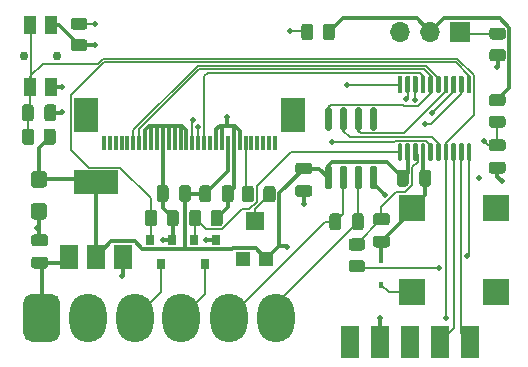
<source format=gbr>
G04 #@! TF.GenerationSoftware,KiCad,Pcbnew,(5.1.8-0-10_14)*
G04 #@! TF.CreationDate,2021-03-05T16:46:23-05:00*
G04 #@! TF.ProjectId,v1,76312e6b-6963-4616-945f-706362585858,rev?*
G04 #@! TF.SameCoordinates,Original*
G04 #@! TF.FileFunction,Copper,L2,Bot*
G04 #@! TF.FilePolarity,Positive*
%FSLAX46Y46*%
G04 Gerber Fmt 4.6, Leading zero omitted, Abs format (unit mm)*
G04 Created by KiCad (PCBNEW (5.1.8-0-10_14)) date 2021-03-05 16:46:23*
%MOMM*%
%LPD*%
G01*
G04 APERTURE LIST*
G04 #@! TA.AperFunction,SMDPad,CuDef*
%ADD10R,1.500000X2.800000*%
G04 #@! TD*
G04 #@! TA.AperFunction,SMDPad,CuDef*
%ADD11R,3.800000X2.000000*%
G04 #@! TD*
G04 #@! TA.AperFunction,SMDPad,CuDef*
%ADD12R,1.500000X2.000000*%
G04 #@! TD*
G04 #@! TA.AperFunction,SMDPad,CuDef*
%ADD13R,1.200000X1.200000*%
G04 #@! TD*
G04 #@! TA.AperFunction,SMDPad,CuDef*
%ADD14R,1.600000X1.500000*%
G04 #@! TD*
G04 #@! TA.AperFunction,SMDPad,CuDef*
%ADD15R,0.800000X0.900000*%
G04 #@! TD*
G04 #@! TA.AperFunction,ComponentPad*
%ADD16O,1.700000X1.700000*%
G04 #@! TD*
G04 #@! TA.AperFunction,ComponentPad*
%ADD17R,1.700000X1.700000*%
G04 #@! TD*
G04 #@! TA.AperFunction,ComponentPad*
%ADD18O,3.160000X4.100000*%
G04 #@! TD*
G04 #@! TA.AperFunction,SMDPad,CuDef*
%ADD19R,0.300000X1.250000*%
G04 #@! TD*
G04 #@! TA.AperFunction,SMDPad,CuDef*
%ADD20R,2.000000X3.000000*%
G04 #@! TD*
G04 #@! TA.AperFunction,SMDPad,CuDef*
%ADD21R,0.450000X0.600000*%
G04 #@! TD*
G04 #@! TA.AperFunction,SMDPad,CuDef*
%ADD22R,2.300000X2.300000*%
G04 #@! TD*
G04 #@! TA.AperFunction,ComponentPad*
%ADD23C,0.762000*%
G04 #@! TD*
G04 #@! TA.AperFunction,SMDPad,CuDef*
%ADD24R,0.990600X1.549400*%
G04 #@! TD*
G04 #@! TA.AperFunction,ViaPad*
%ADD25C,0.508000*%
G04 #@! TD*
G04 #@! TA.AperFunction,Conductor*
%ADD26C,0.304000*%
G04 #@! TD*
G04 #@! TA.AperFunction,Conductor*
%ADD27C,0.152400*%
G04 #@! TD*
G04 APERTURE END LIST*
D10*
X169418000Y-108204000D03*
X166878000Y-108204000D03*
X164338000Y-108204000D03*
X161798000Y-108204000D03*
X159258000Y-108204000D03*
G04 #@! TA.AperFunction,SMDPad,CuDef*
G36*
G01*
X161363800Y-90321000D02*
X161063800Y-90321000D01*
G75*
G02*
X160913800Y-90171000I0J150000D01*
G01*
X160913800Y-88521000D01*
G75*
G02*
X161063800Y-88371000I150000J0D01*
G01*
X161363800Y-88371000D01*
G75*
G02*
X161513800Y-88521000I0J-150000D01*
G01*
X161513800Y-90171000D01*
G75*
G02*
X161363800Y-90321000I-150000J0D01*
G01*
G37*
G04 #@! TD.AperFunction*
G04 #@! TA.AperFunction,SMDPad,CuDef*
G36*
G01*
X160093800Y-90321000D02*
X159793800Y-90321000D01*
G75*
G02*
X159643800Y-90171000I0J150000D01*
G01*
X159643800Y-88521000D01*
G75*
G02*
X159793800Y-88371000I150000J0D01*
G01*
X160093800Y-88371000D01*
G75*
G02*
X160243800Y-88521000I0J-150000D01*
G01*
X160243800Y-90171000D01*
G75*
G02*
X160093800Y-90321000I-150000J0D01*
G01*
G37*
G04 #@! TD.AperFunction*
G04 #@! TA.AperFunction,SMDPad,CuDef*
G36*
G01*
X158823800Y-90321000D02*
X158523800Y-90321000D01*
G75*
G02*
X158373800Y-90171000I0J150000D01*
G01*
X158373800Y-88521000D01*
G75*
G02*
X158523800Y-88371000I150000J0D01*
G01*
X158823800Y-88371000D01*
G75*
G02*
X158973800Y-88521000I0J-150000D01*
G01*
X158973800Y-90171000D01*
G75*
G02*
X158823800Y-90321000I-150000J0D01*
G01*
G37*
G04 #@! TD.AperFunction*
G04 #@! TA.AperFunction,SMDPad,CuDef*
G36*
G01*
X157553800Y-90321000D02*
X157253800Y-90321000D01*
G75*
G02*
X157103800Y-90171000I0J150000D01*
G01*
X157103800Y-88521000D01*
G75*
G02*
X157253800Y-88371000I150000J0D01*
G01*
X157553800Y-88371000D01*
G75*
G02*
X157703800Y-88521000I0J-150000D01*
G01*
X157703800Y-90171000D01*
G75*
G02*
X157553800Y-90321000I-150000J0D01*
G01*
G37*
G04 #@! TD.AperFunction*
G04 #@! TA.AperFunction,SMDPad,CuDef*
G36*
G01*
X157553800Y-95271000D02*
X157253800Y-95271000D01*
G75*
G02*
X157103800Y-95121000I0J150000D01*
G01*
X157103800Y-93471000D01*
G75*
G02*
X157253800Y-93321000I150000J0D01*
G01*
X157553800Y-93321000D01*
G75*
G02*
X157703800Y-93471000I0J-150000D01*
G01*
X157703800Y-95121000D01*
G75*
G02*
X157553800Y-95271000I-150000J0D01*
G01*
G37*
G04 #@! TD.AperFunction*
G04 #@! TA.AperFunction,SMDPad,CuDef*
G36*
G01*
X158823800Y-95271000D02*
X158523800Y-95271000D01*
G75*
G02*
X158373800Y-95121000I0J150000D01*
G01*
X158373800Y-93471000D01*
G75*
G02*
X158523800Y-93321000I150000J0D01*
G01*
X158823800Y-93321000D01*
G75*
G02*
X158973800Y-93471000I0J-150000D01*
G01*
X158973800Y-95121000D01*
G75*
G02*
X158823800Y-95271000I-150000J0D01*
G01*
G37*
G04 #@! TD.AperFunction*
G04 #@! TA.AperFunction,SMDPad,CuDef*
G36*
G01*
X160093800Y-95271000D02*
X159793800Y-95271000D01*
G75*
G02*
X159643800Y-95121000I0J150000D01*
G01*
X159643800Y-93471000D01*
G75*
G02*
X159793800Y-93321000I150000J0D01*
G01*
X160093800Y-93321000D01*
G75*
G02*
X160243800Y-93471000I0J-150000D01*
G01*
X160243800Y-95121000D01*
G75*
G02*
X160093800Y-95271000I-150000J0D01*
G01*
G37*
G04 #@! TD.AperFunction*
G04 #@! TA.AperFunction,SMDPad,CuDef*
G36*
G01*
X161363800Y-95271000D02*
X161063800Y-95271000D01*
G75*
G02*
X160913800Y-95121000I0J150000D01*
G01*
X160913800Y-93471000D01*
G75*
G02*
X161063800Y-93321000I150000J0D01*
G01*
X161363800Y-93321000D01*
G75*
G02*
X161513800Y-93471000I0J-150000D01*
G01*
X161513800Y-95121000D01*
G75*
G02*
X161363800Y-95271000I-150000J0D01*
G01*
G37*
G04 #@! TD.AperFunction*
D11*
X137718800Y-94716200D03*
D12*
X137718800Y-101016200D03*
X135418800Y-101016200D03*
X140018800Y-101016200D03*
G04 #@! TA.AperFunction,SMDPad,CuDef*
G36*
G01*
X169420400Y-87156000D02*
X169220400Y-87156000D01*
G75*
G02*
X169120400Y-87056000I0J100000D01*
G01*
X169120400Y-85781000D01*
G75*
G02*
X169220400Y-85681000I100000J0D01*
G01*
X169420400Y-85681000D01*
G75*
G02*
X169520400Y-85781000I0J-100000D01*
G01*
X169520400Y-87056000D01*
G75*
G02*
X169420400Y-87156000I-100000J0D01*
G01*
G37*
G04 #@! TD.AperFunction*
G04 #@! TA.AperFunction,SMDPad,CuDef*
G36*
G01*
X168770400Y-87156000D02*
X168570400Y-87156000D01*
G75*
G02*
X168470400Y-87056000I0J100000D01*
G01*
X168470400Y-85781000D01*
G75*
G02*
X168570400Y-85681000I100000J0D01*
G01*
X168770400Y-85681000D01*
G75*
G02*
X168870400Y-85781000I0J-100000D01*
G01*
X168870400Y-87056000D01*
G75*
G02*
X168770400Y-87156000I-100000J0D01*
G01*
G37*
G04 #@! TD.AperFunction*
G04 #@! TA.AperFunction,SMDPad,CuDef*
G36*
G01*
X168120400Y-87156000D02*
X167920400Y-87156000D01*
G75*
G02*
X167820400Y-87056000I0J100000D01*
G01*
X167820400Y-85781000D01*
G75*
G02*
X167920400Y-85681000I100000J0D01*
G01*
X168120400Y-85681000D01*
G75*
G02*
X168220400Y-85781000I0J-100000D01*
G01*
X168220400Y-87056000D01*
G75*
G02*
X168120400Y-87156000I-100000J0D01*
G01*
G37*
G04 #@! TD.AperFunction*
G04 #@! TA.AperFunction,SMDPad,CuDef*
G36*
G01*
X167470400Y-87156000D02*
X167270400Y-87156000D01*
G75*
G02*
X167170400Y-87056000I0J100000D01*
G01*
X167170400Y-85781000D01*
G75*
G02*
X167270400Y-85681000I100000J0D01*
G01*
X167470400Y-85681000D01*
G75*
G02*
X167570400Y-85781000I0J-100000D01*
G01*
X167570400Y-87056000D01*
G75*
G02*
X167470400Y-87156000I-100000J0D01*
G01*
G37*
G04 #@! TD.AperFunction*
G04 #@! TA.AperFunction,SMDPad,CuDef*
G36*
G01*
X166820400Y-87156000D02*
X166620400Y-87156000D01*
G75*
G02*
X166520400Y-87056000I0J100000D01*
G01*
X166520400Y-85781000D01*
G75*
G02*
X166620400Y-85681000I100000J0D01*
G01*
X166820400Y-85681000D01*
G75*
G02*
X166920400Y-85781000I0J-100000D01*
G01*
X166920400Y-87056000D01*
G75*
G02*
X166820400Y-87156000I-100000J0D01*
G01*
G37*
G04 #@! TD.AperFunction*
G04 #@! TA.AperFunction,SMDPad,CuDef*
G36*
G01*
X166170400Y-87156000D02*
X165970400Y-87156000D01*
G75*
G02*
X165870400Y-87056000I0J100000D01*
G01*
X165870400Y-85781000D01*
G75*
G02*
X165970400Y-85681000I100000J0D01*
G01*
X166170400Y-85681000D01*
G75*
G02*
X166270400Y-85781000I0J-100000D01*
G01*
X166270400Y-87056000D01*
G75*
G02*
X166170400Y-87156000I-100000J0D01*
G01*
G37*
G04 #@! TD.AperFunction*
G04 #@! TA.AperFunction,SMDPad,CuDef*
G36*
G01*
X165520400Y-87156000D02*
X165320400Y-87156000D01*
G75*
G02*
X165220400Y-87056000I0J100000D01*
G01*
X165220400Y-85781000D01*
G75*
G02*
X165320400Y-85681000I100000J0D01*
G01*
X165520400Y-85681000D01*
G75*
G02*
X165620400Y-85781000I0J-100000D01*
G01*
X165620400Y-87056000D01*
G75*
G02*
X165520400Y-87156000I-100000J0D01*
G01*
G37*
G04 #@! TD.AperFunction*
G04 #@! TA.AperFunction,SMDPad,CuDef*
G36*
G01*
X164870400Y-87156000D02*
X164670400Y-87156000D01*
G75*
G02*
X164570400Y-87056000I0J100000D01*
G01*
X164570400Y-85781000D01*
G75*
G02*
X164670400Y-85681000I100000J0D01*
G01*
X164870400Y-85681000D01*
G75*
G02*
X164970400Y-85781000I0J-100000D01*
G01*
X164970400Y-87056000D01*
G75*
G02*
X164870400Y-87156000I-100000J0D01*
G01*
G37*
G04 #@! TD.AperFunction*
G04 #@! TA.AperFunction,SMDPad,CuDef*
G36*
G01*
X164220400Y-87156000D02*
X164020400Y-87156000D01*
G75*
G02*
X163920400Y-87056000I0J100000D01*
G01*
X163920400Y-85781000D01*
G75*
G02*
X164020400Y-85681000I100000J0D01*
G01*
X164220400Y-85681000D01*
G75*
G02*
X164320400Y-85781000I0J-100000D01*
G01*
X164320400Y-87056000D01*
G75*
G02*
X164220400Y-87156000I-100000J0D01*
G01*
G37*
G04 #@! TD.AperFunction*
G04 #@! TA.AperFunction,SMDPad,CuDef*
G36*
G01*
X163570400Y-87156000D02*
X163370400Y-87156000D01*
G75*
G02*
X163270400Y-87056000I0J100000D01*
G01*
X163270400Y-85781000D01*
G75*
G02*
X163370400Y-85681000I100000J0D01*
G01*
X163570400Y-85681000D01*
G75*
G02*
X163670400Y-85781000I0J-100000D01*
G01*
X163670400Y-87056000D01*
G75*
G02*
X163570400Y-87156000I-100000J0D01*
G01*
G37*
G04 #@! TD.AperFunction*
G04 #@! TA.AperFunction,SMDPad,CuDef*
G36*
G01*
X163570400Y-92881000D02*
X163370400Y-92881000D01*
G75*
G02*
X163270400Y-92781000I0J100000D01*
G01*
X163270400Y-91506000D01*
G75*
G02*
X163370400Y-91406000I100000J0D01*
G01*
X163570400Y-91406000D01*
G75*
G02*
X163670400Y-91506000I0J-100000D01*
G01*
X163670400Y-92781000D01*
G75*
G02*
X163570400Y-92881000I-100000J0D01*
G01*
G37*
G04 #@! TD.AperFunction*
G04 #@! TA.AperFunction,SMDPad,CuDef*
G36*
G01*
X164220400Y-92881000D02*
X164020400Y-92881000D01*
G75*
G02*
X163920400Y-92781000I0J100000D01*
G01*
X163920400Y-91506000D01*
G75*
G02*
X164020400Y-91406000I100000J0D01*
G01*
X164220400Y-91406000D01*
G75*
G02*
X164320400Y-91506000I0J-100000D01*
G01*
X164320400Y-92781000D01*
G75*
G02*
X164220400Y-92881000I-100000J0D01*
G01*
G37*
G04 #@! TD.AperFunction*
G04 #@! TA.AperFunction,SMDPad,CuDef*
G36*
G01*
X164870400Y-92881000D02*
X164670400Y-92881000D01*
G75*
G02*
X164570400Y-92781000I0J100000D01*
G01*
X164570400Y-91506000D01*
G75*
G02*
X164670400Y-91406000I100000J0D01*
G01*
X164870400Y-91406000D01*
G75*
G02*
X164970400Y-91506000I0J-100000D01*
G01*
X164970400Y-92781000D01*
G75*
G02*
X164870400Y-92881000I-100000J0D01*
G01*
G37*
G04 #@! TD.AperFunction*
G04 #@! TA.AperFunction,SMDPad,CuDef*
G36*
G01*
X165520400Y-92881000D02*
X165320400Y-92881000D01*
G75*
G02*
X165220400Y-92781000I0J100000D01*
G01*
X165220400Y-91506000D01*
G75*
G02*
X165320400Y-91406000I100000J0D01*
G01*
X165520400Y-91406000D01*
G75*
G02*
X165620400Y-91506000I0J-100000D01*
G01*
X165620400Y-92781000D01*
G75*
G02*
X165520400Y-92881000I-100000J0D01*
G01*
G37*
G04 #@! TD.AperFunction*
G04 #@! TA.AperFunction,SMDPad,CuDef*
G36*
G01*
X166170400Y-92881000D02*
X165970400Y-92881000D01*
G75*
G02*
X165870400Y-92781000I0J100000D01*
G01*
X165870400Y-91506000D01*
G75*
G02*
X165970400Y-91406000I100000J0D01*
G01*
X166170400Y-91406000D01*
G75*
G02*
X166270400Y-91506000I0J-100000D01*
G01*
X166270400Y-92781000D01*
G75*
G02*
X166170400Y-92881000I-100000J0D01*
G01*
G37*
G04 #@! TD.AperFunction*
G04 #@! TA.AperFunction,SMDPad,CuDef*
G36*
G01*
X166820400Y-92881000D02*
X166620400Y-92881000D01*
G75*
G02*
X166520400Y-92781000I0J100000D01*
G01*
X166520400Y-91506000D01*
G75*
G02*
X166620400Y-91406000I100000J0D01*
G01*
X166820400Y-91406000D01*
G75*
G02*
X166920400Y-91506000I0J-100000D01*
G01*
X166920400Y-92781000D01*
G75*
G02*
X166820400Y-92881000I-100000J0D01*
G01*
G37*
G04 #@! TD.AperFunction*
G04 #@! TA.AperFunction,SMDPad,CuDef*
G36*
G01*
X167470400Y-92881000D02*
X167270400Y-92881000D01*
G75*
G02*
X167170400Y-92781000I0J100000D01*
G01*
X167170400Y-91506000D01*
G75*
G02*
X167270400Y-91406000I100000J0D01*
G01*
X167470400Y-91406000D01*
G75*
G02*
X167570400Y-91506000I0J-100000D01*
G01*
X167570400Y-92781000D01*
G75*
G02*
X167470400Y-92881000I-100000J0D01*
G01*
G37*
G04 #@! TD.AperFunction*
G04 #@! TA.AperFunction,SMDPad,CuDef*
G36*
G01*
X168120400Y-92881000D02*
X167920400Y-92881000D01*
G75*
G02*
X167820400Y-92781000I0J100000D01*
G01*
X167820400Y-91506000D01*
G75*
G02*
X167920400Y-91406000I100000J0D01*
G01*
X168120400Y-91406000D01*
G75*
G02*
X168220400Y-91506000I0J-100000D01*
G01*
X168220400Y-92781000D01*
G75*
G02*
X168120400Y-92881000I-100000J0D01*
G01*
G37*
G04 #@! TD.AperFunction*
G04 #@! TA.AperFunction,SMDPad,CuDef*
G36*
G01*
X168770400Y-92881000D02*
X168570400Y-92881000D01*
G75*
G02*
X168470400Y-92781000I0J100000D01*
G01*
X168470400Y-91506000D01*
G75*
G02*
X168570400Y-91406000I100000J0D01*
G01*
X168770400Y-91406000D01*
G75*
G02*
X168870400Y-91506000I0J-100000D01*
G01*
X168870400Y-92781000D01*
G75*
G02*
X168770400Y-92881000I-100000J0D01*
G01*
G37*
G04 #@! TD.AperFunction*
G04 #@! TA.AperFunction,SMDPad,CuDef*
G36*
G01*
X169420400Y-92881000D02*
X169220400Y-92881000D01*
G75*
G02*
X169120400Y-92781000I0J100000D01*
G01*
X169120400Y-91506000D01*
G75*
G02*
X169220400Y-91406000I100000J0D01*
G01*
X169420400Y-91406000D01*
G75*
G02*
X169520400Y-91506000I0J-100000D01*
G01*
X169520400Y-92781000D01*
G75*
G02*
X169420400Y-92881000I-100000J0D01*
G01*
G37*
G04 #@! TD.AperFunction*
D13*
X152155400Y-101215600D03*
X150155400Y-101215600D03*
D14*
X151155400Y-97965600D03*
G04 #@! TA.AperFunction,SMDPad,CuDef*
G36*
G01*
X157965200Y-81528499D02*
X157965200Y-82428501D01*
G75*
G02*
X157715201Y-82678500I-249999J0D01*
G01*
X157190199Y-82678500D01*
G75*
G02*
X156940200Y-82428501I0J249999D01*
G01*
X156940200Y-81528499D01*
G75*
G02*
X157190199Y-81278500I249999J0D01*
G01*
X157715201Y-81278500D01*
G75*
G02*
X157965200Y-81528499I0J-249999D01*
G01*
G37*
G04 #@! TD.AperFunction*
G04 #@! TA.AperFunction,SMDPad,CuDef*
G36*
G01*
X156140200Y-81528499D02*
X156140200Y-82428501D01*
G75*
G02*
X155890201Y-82678500I-249999J0D01*
G01*
X155365199Y-82678500D01*
G75*
G02*
X155115200Y-82428501I0J249999D01*
G01*
X155115200Y-81528499D01*
G75*
G02*
X155365199Y-81278500I249999J0D01*
G01*
X155890201Y-81278500D01*
G75*
G02*
X156140200Y-81528499I0J-249999D01*
G01*
G37*
G04 #@! TD.AperFunction*
G04 #@! TA.AperFunction,SMDPad,CuDef*
G36*
G01*
X136746401Y-83619400D02*
X135846399Y-83619400D01*
G75*
G02*
X135596400Y-83369401I0J249999D01*
G01*
X135596400Y-82844399D01*
G75*
G02*
X135846399Y-82594400I249999J0D01*
G01*
X136746401Y-82594400D01*
G75*
G02*
X136996400Y-82844399I0J-249999D01*
G01*
X136996400Y-83369401D01*
G75*
G02*
X136746401Y-83619400I-249999J0D01*
G01*
G37*
G04 #@! TD.AperFunction*
G04 #@! TA.AperFunction,SMDPad,CuDef*
G36*
G01*
X136746401Y-81794400D02*
X135846399Y-81794400D01*
G75*
G02*
X135596400Y-81544401I0J249999D01*
G01*
X135596400Y-81019399D01*
G75*
G02*
X135846399Y-80769400I249999J0D01*
G01*
X136746401Y-80769400D01*
G75*
G02*
X136996400Y-81019399I0J-249999D01*
G01*
X136996400Y-81544401D01*
G75*
G02*
X136746401Y-81794400I-249999J0D01*
G01*
G37*
G04 #@! TD.AperFunction*
G04 #@! TA.AperFunction,SMDPad,CuDef*
G36*
G01*
X145609400Y-98189201D02*
X145609400Y-97289199D01*
G75*
G02*
X145859399Y-97039200I249999J0D01*
G01*
X146384401Y-97039200D01*
G75*
G02*
X146634400Y-97289199I0J-249999D01*
G01*
X146634400Y-98189201D01*
G75*
G02*
X146384401Y-98439200I-249999J0D01*
G01*
X145859399Y-98439200D01*
G75*
G02*
X145609400Y-98189201I0J249999D01*
G01*
G37*
G04 #@! TD.AperFunction*
G04 #@! TA.AperFunction,SMDPad,CuDef*
G36*
G01*
X147434400Y-98189201D02*
X147434400Y-97289199D01*
G75*
G02*
X147684399Y-97039200I249999J0D01*
G01*
X148209401Y-97039200D01*
G75*
G02*
X148459400Y-97289199I0J-249999D01*
G01*
X148459400Y-98189201D01*
G75*
G02*
X148209401Y-98439200I-249999J0D01*
G01*
X147684399Y-98439200D01*
G75*
G02*
X147434400Y-98189201I0J249999D01*
G01*
G37*
G04 #@! TD.AperFunction*
G04 #@! TA.AperFunction,SMDPad,CuDef*
G36*
G01*
X141875600Y-98180735D02*
X141875600Y-97280733D01*
G75*
G02*
X142125599Y-97030734I249999J0D01*
G01*
X142650601Y-97030734D01*
G75*
G02*
X142900600Y-97280733I0J-249999D01*
G01*
X142900600Y-98180735D01*
G75*
G02*
X142650601Y-98430734I-249999J0D01*
G01*
X142125599Y-98430734D01*
G75*
G02*
X141875600Y-98180735I0J249999D01*
G01*
G37*
G04 #@! TD.AperFunction*
G04 #@! TA.AperFunction,SMDPad,CuDef*
G36*
G01*
X143700600Y-98180735D02*
X143700600Y-97280733D01*
G75*
G02*
X143950599Y-97030734I249999J0D01*
G01*
X144475601Y-97030734D01*
G75*
G02*
X144725600Y-97280733I0J-249999D01*
G01*
X144725600Y-98180735D01*
G75*
G02*
X144475601Y-98430734I-249999J0D01*
G01*
X143950599Y-98430734D01*
G75*
G02*
X143700600Y-98180735I0J249999D01*
G01*
G37*
G04 #@! TD.AperFunction*
G04 #@! TA.AperFunction,SMDPad,CuDef*
G36*
G01*
X159366799Y-101288800D02*
X160266801Y-101288800D01*
G75*
G02*
X160516800Y-101538799I0J-249999D01*
G01*
X160516800Y-102063801D01*
G75*
G02*
X160266801Y-102313800I-249999J0D01*
G01*
X159366799Y-102313800D01*
G75*
G02*
X159116800Y-102063801I0J249999D01*
G01*
X159116800Y-101538799D01*
G75*
G02*
X159366799Y-101288800I249999J0D01*
G01*
G37*
G04 #@! TD.AperFunction*
G04 #@! TA.AperFunction,SMDPad,CuDef*
G36*
G01*
X159366799Y-99463800D02*
X160266801Y-99463800D01*
G75*
G02*
X160516800Y-99713799I0J-249999D01*
G01*
X160516800Y-100238801D01*
G75*
G02*
X160266801Y-100488800I-249999J0D01*
G01*
X159366799Y-100488800D01*
G75*
G02*
X159116800Y-100238801I0J249999D01*
G01*
X159116800Y-99713799D01*
G75*
G02*
X159366799Y-99463800I249999J0D01*
G01*
G37*
G04 #@! TD.AperFunction*
G04 #@! TA.AperFunction,SMDPad,CuDef*
G36*
G01*
X172181301Y-82634500D02*
X171281299Y-82634500D01*
G75*
G02*
X171031300Y-82384501I0J249999D01*
G01*
X171031300Y-81859499D01*
G75*
G02*
X171281299Y-81609500I249999J0D01*
G01*
X172181301Y-81609500D01*
G75*
G02*
X172431300Y-81859499I0J-249999D01*
G01*
X172431300Y-82384501D01*
G75*
G02*
X172181301Y-82634500I-249999J0D01*
G01*
G37*
G04 #@! TD.AperFunction*
G04 #@! TA.AperFunction,SMDPad,CuDef*
G36*
G01*
X172181301Y-84459500D02*
X171281299Y-84459500D01*
G75*
G02*
X171031300Y-84209501I0J249999D01*
G01*
X171031300Y-83684499D01*
G75*
G02*
X171281299Y-83434500I249999J0D01*
G01*
X172181301Y-83434500D01*
G75*
G02*
X172431300Y-83684499I0J-249999D01*
G01*
X172431300Y-84209501D01*
G75*
G02*
X172181301Y-84459500I-249999J0D01*
G01*
G37*
G04 #@! TD.AperFunction*
G04 #@! TA.AperFunction,SMDPad,CuDef*
G36*
G01*
X150086000Y-96157201D02*
X150086000Y-95257199D01*
G75*
G02*
X150335999Y-95007200I249999J0D01*
G01*
X150861001Y-95007200D01*
G75*
G02*
X151111000Y-95257199I0J-249999D01*
G01*
X151111000Y-96157201D01*
G75*
G02*
X150861001Y-96407200I-249999J0D01*
G01*
X150335999Y-96407200D01*
G75*
G02*
X150086000Y-96157201I0J249999D01*
G01*
G37*
G04 #@! TD.AperFunction*
G04 #@! TA.AperFunction,SMDPad,CuDef*
G36*
G01*
X151911000Y-96157201D02*
X151911000Y-95257199D01*
G75*
G02*
X152160999Y-95007200I249999J0D01*
G01*
X152686001Y-95007200D01*
G75*
G02*
X152936000Y-95257199I0J-249999D01*
G01*
X152936000Y-96157201D01*
G75*
G02*
X152686001Y-96407200I-249999J0D01*
G01*
X152160999Y-96407200D01*
G75*
G02*
X151911000Y-96157201I0J249999D01*
G01*
G37*
G04 #@! TD.AperFunction*
G04 #@! TA.AperFunction,SMDPad,CuDef*
G36*
G01*
X172154001Y-88269500D02*
X171253999Y-88269500D01*
G75*
G02*
X171004000Y-88019501I0J249999D01*
G01*
X171004000Y-87494499D01*
G75*
G02*
X171253999Y-87244500I249999J0D01*
G01*
X172154001Y-87244500D01*
G75*
G02*
X172404000Y-87494499I0J-249999D01*
G01*
X172404000Y-88019501D01*
G75*
G02*
X172154001Y-88269500I-249999J0D01*
G01*
G37*
G04 #@! TD.AperFunction*
G04 #@! TA.AperFunction,SMDPad,CuDef*
G36*
G01*
X172154001Y-90094500D02*
X171253999Y-90094500D01*
G75*
G02*
X171004000Y-89844501I0J249999D01*
G01*
X171004000Y-89319499D01*
G75*
G02*
X171253999Y-89069500I249999J0D01*
G01*
X172154001Y-89069500D01*
G75*
G02*
X172404000Y-89319499I0J-249999D01*
G01*
X172404000Y-89844501D01*
G75*
G02*
X172154001Y-90094500I-249999J0D01*
G01*
G37*
G04 #@! TD.AperFunction*
G04 #@! TA.AperFunction,SMDPad,CuDef*
G36*
G01*
X131467800Y-91305801D02*
X131467800Y-90405799D01*
G75*
G02*
X131717799Y-90155800I249999J0D01*
G01*
X132242801Y-90155800D01*
G75*
G02*
X132492800Y-90405799I0J-249999D01*
G01*
X132492800Y-91305801D01*
G75*
G02*
X132242801Y-91555800I-249999J0D01*
G01*
X131717799Y-91555800D01*
G75*
G02*
X131467800Y-91305801I0J249999D01*
G01*
G37*
G04 #@! TD.AperFunction*
G04 #@! TA.AperFunction,SMDPad,CuDef*
G36*
G01*
X133292800Y-91305801D02*
X133292800Y-90405799D01*
G75*
G02*
X133542799Y-90155800I249999J0D01*
G01*
X134067801Y-90155800D01*
G75*
G02*
X134317800Y-90405799I0J-249999D01*
G01*
X134317800Y-91305801D01*
G75*
G02*
X134067801Y-91555800I-249999J0D01*
G01*
X133542799Y-91555800D01*
G75*
G02*
X133292800Y-91305801I0J249999D01*
G01*
G37*
G04 #@! TD.AperFunction*
D15*
X146014400Y-99592468D03*
X147914400Y-99592468D03*
X146964400Y-101592468D03*
X142280600Y-99584000D03*
X144180600Y-99584000D03*
X143230600Y-101584000D03*
D16*
X163499800Y-81978500D03*
X166039800Y-81978500D03*
D17*
X168579800Y-81978500D03*
G04 #@! TA.AperFunction,ComponentPad*
G36*
G01*
X131554100Y-107444700D02*
X131554100Y-104924700D01*
G75*
G02*
X132344100Y-104134700I790000J0D01*
G01*
X133924100Y-104134700D01*
G75*
G02*
X134714100Y-104924700I0J-790000D01*
G01*
X134714100Y-107444700D01*
G75*
G02*
X133924100Y-108234700I-790000J0D01*
G01*
X132344100Y-108234700D01*
G75*
G02*
X131554100Y-107444700I0J790000D01*
G01*
G37*
G04 #@! TD.AperFunction*
D18*
X137094100Y-106184700D03*
X141054100Y-106184700D03*
X144934100Y-106184700D03*
X148974100Y-106184700D03*
X152934100Y-106184700D03*
D19*
X138392000Y-91352000D03*
D20*
X136852000Y-89027000D03*
X154432000Y-89027000D03*
D19*
X138892000Y-91352000D03*
X139392000Y-91352000D03*
X139892000Y-91352000D03*
X140392000Y-91352000D03*
X140892000Y-91352000D03*
X141392000Y-91352000D03*
X141892000Y-91352000D03*
X142392000Y-91352000D03*
X142892000Y-91352000D03*
X143392000Y-91352000D03*
X143892000Y-91352000D03*
X144392000Y-91352000D03*
X144892000Y-91352000D03*
X145392000Y-91352000D03*
X145892000Y-91352000D03*
X146392000Y-91352000D03*
X146892000Y-91352000D03*
X147392000Y-91352000D03*
X147892000Y-91352000D03*
X148392000Y-91352000D03*
X148892000Y-91352000D03*
X149392000Y-91352000D03*
X149892000Y-91352000D03*
X150392000Y-91352000D03*
X150892000Y-91352000D03*
X151392000Y-91352000D03*
X151892000Y-91352000D03*
X152392000Y-91352000D03*
X152892000Y-91352000D03*
D21*
X161899600Y-101286600D03*
X161899600Y-103386600D03*
G04 #@! TA.AperFunction,SMDPad,CuDef*
G36*
G01*
X154846000Y-93038000D02*
X155796000Y-93038000D01*
G75*
G02*
X156046000Y-93288000I0J-250000D01*
G01*
X156046000Y-93788000D01*
G75*
G02*
X155796000Y-94038000I-250000J0D01*
G01*
X154846000Y-94038000D01*
G75*
G02*
X154596000Y-93788000I0J250000D01*
G01*
X154596000Y-93288000D01*
G75*
G02*
X154846000Y-93038000I250000J0D01*
G01*
G37*
G04 #@! TD.AperFunction*
G04 #@! TA.AperFunction,SMDPad,CuDef*
G36*
G01*
X154846000Y-94938000D02*
X155796000Y-94938000D01*
G75*
G02*
X156046000Y-95188000I0J-250000D01*
G01*
X156046000Y-95688000D01*
G75*
G02*
X155796000Y-95938000I-250000J0D01*
G01*
X154846000Y-95938000D01*
G75*
G02*
X154596000Y-95688000I0J250000D01*
G01*
X154596000Y-95188000D01*
G75*
G02*
X154846000Y-94938000I250000J0D01*
G01*
G37*
G04 #@! TD.AperFunction*
G04 #@! TA.AperFunction,SMDPad,CuDef*
G36*
G01*
X158493000Y-97569000D02*
X158493000Y-98519000D01*
G75*
G02*
X158243000Y-98769000I-250000J0D01*
G01*
X157743000Y-98769000D01*
G75*
G02*
X157493000Y-98519000I0J250000D01*
G01*
X157493000Y-97569000D01*
G75*
G02*
X157743000Y-97319000I250000J0D01*
G01*
X158243000Y-97319000D01*
G75*
G02*
X158493000Y-97569000I0J-250000D01*
G01*
G37*
G04 #@! TD.AperFunction*
G04 #@! TA.AperFunction,SMDPad,CuDef*
G36*
G01*
X160393000Y-97569000D02*
X160393000Y-98519000D01*
G75*
G02*
X160143000Y-98769000I-250000J0D01*
G01*
X159643000Y-98769000D01*
G75*
G02*
X159393000Y-98519000I0J250000D01*
G01*
X159393000Y-97569000D01*
G75*
G02*
X159643000Y-97319000I250000J0D01*
G01*
X160143000Y-97319000D01*
G75*
G02*
X160393000Y-97569000I0J-250000D01*
G01*
G37*
G04 #@! TD.AperFunction*
G04 #@! TA.AperFunction,SMDPad,CuDef*
G36*
G01*
X132467799Y-93761200D02*
X133317801Y-93761200D01*
G75*
G02*
X133567800Y-94011199I0J-249999D01*
G01*
X133567800Y-94911201D01*
G75*
G02*
X133317801Y-95161200I-249999J0D01*
G01*
X132467799Y-95161200D01*
G75*
G02*
X132217800Y-94911201I0J249999D01*
G01*
X132217800Y-94011199D01*
G75*
G02*
X132467799Y-93761200I249999J0D01*
G01*
G37*
G04 #@! TD.AperFunction*
G04 #@! TA.AperFunction,SMDPad,CuDef*
G36*
G01*
X132467799Y-96461200D02*
X133317801Y-96461200D01*
G75*
G02*
X133567800Y-96711199I0J-249999D01*
G01*
X133567800Y-97611201D01*
G75*
G02*
X133317801Y-97861200I-249999J0D01*
G01*
X132467799Y-97861200D01*
G75*
G02*
X132217800Y-97611201I0J249999D01*
G01*
X132217800Y-96711199D01*
G75*
G02*
X132467799Y-96461200I249999J0D01*
G01*
G37*
G04 #@! TD.AperFunction*
G04 #@! TA.AperFunction,SMDPad,CuDef*
G36*
G01*
X132487800Y-99116200D02*
X133437800Y-99116200D01*
G75*
G02*
X133687800Y-99366200I0J-250000D01*
G01*
X133687800Y-99866200D01*
G75*
G02*
X133437800Y-100116200I-250000J0D01*
G01*
X132487800Y-100116200D01*
G75*
G02*
X132237800Y-99866200I0J250000D01*
G01*
X132237800Y-99366200D01*
G75*
G02*
X132487800Y-99116200I250000J0D01*
G01*
G37*
G04 #@! TD.AperFunction*
G04 #@! TA.AperFunction,SMDPad,CuDef*
G36*
G01*
X132487800Y-101016200D02*
X133437800Y-101016200D01*
G75*
G02*
X133687800Y-101266200I0J-250000D01*
G01*
X133687800Y-101766200D01*
G75*
G02*
X133437800Y-102016200I-250000J0D01*
G01*
X132487800Y-102016200D01*
G75*
G02*
X132237800Y-101766200I0J250000D01*
G01*
X132237800Y-101266200D01*
G75*
G02*
X132487800Y-101016200I250000J0D01*
G01*
G37*
G04 #@! TD.AperFunction*
G04 #@! TA.AperFunction,SMDPad,CuDef*
G36*
G01*
X164203000Y-93886000D02*
X164203000Y-94836000D01*
G75*
G02*
X163953000Y-95086000I-250000J0D01*
G01*
X163453000Y-95086000D01*
G75*
G02*
X163203000Y-94836000I0J250000D01*
G01*
X163203000Y-93886000D01*
G75*
G02*
X163453000Y-93636000I250000J0D01*
G01*
X163953000Y-93636000D01*
G75*
G02*
X164203000Y-93886000I0J-250000D01*
G01*
G37*
G04 #@! TD.AperFunction*
G04 #@! TA.AperFunction,SMDPad,CuDef*
G36*
G01*
X166103000Y-93886000D02*
X166103000Y-94836000D01*
G75*
G02*
X165853000Y-95086000I-250000J0D01*
G01*
X165353000Y-95086000D01*
G75*
G02*
X165103000Y-94836000I0J250000D01*
G01*
X165103000Y-93886000D01*
G75*
G02*
X165353000Y-93636000I250000J0D01*
G01*
X165853000Y-93636000D01*
G75*
G02*
X166103000Y-93886000I0J-250000D01*
G01*
G37*
G04 #@! TD.AperFunction*
G04 #@! TA.AperFunction,SMDPad,CuDef*
G36*
G01*
X162374600Y-98330600D02*
X161424600Y-98330600D01*
G75*
G02*
X161174600Y-98080600I0J250000D01*
G01*
X161174600Y-97580600D01*
G75*
G02*
X161424600Y-97330600I250000J0D01*
G01*
X162374600Y-97330600D01*
G75*
G02*
X162624600Y-97580600I0J-250000D01*
G01*
X162624600Y-98080600D01*
G75*
G02*
X162374600Y-98330600I-250000J0D01*
G01*
G37*
G04 #@! TD.AperFunction*
G04 #@! TA.AperFunction,SMDPad,CuDef*
G36*
G01*
X162374600Y-100230600D02*
X161424600Y-100230600D01*
G75*
G02*
X161174600Y-99980600I0J250000D01*
G01*
X161174600Y-99480600D01*
G75*
G02*
X161424600Y-99230600I250000J0D01*
G01*
X162374600Y-99230600D01*
G75*
G02*
X162624600Y-99480600I0J-250000D01*
G01*
X162624600Y-99980600D01*
G75*
G02*
X162374600Y-100230600I-250000J0D01*
G01*
G37*
G04 #@! TD.AperFunction*
G04 #@! TA.AperFunction,SMDPad,CuDef*
G36*
G01*
X145772800Y-95181400D02*
X145772800Y-96131400D01*
G75*
G02*
X145522800Y-96381400I-250000J0D01*
G01*
X145022800Y-96381400D01*
G75*
G02*
X144772800Y-96131400I0J250000D01*
G01*
X144772800Y-95181400D01*
G75*
G02*
X145022800Y-94931400I250000J0D01*
G01*
X145522800Y-94931400D01*
G75*
G02*
X145772800Y-95181400I0J-250000D01*
G01*
G37*
G04 #@! TD.AperFunction*
G04 #@! TA.AperFunction,SMDPad,CuDef*
G36*
G01*
X143872800Y-95181400D02*
X143872800Y-96131400D01*
G75*
G02*
X143622800Y-96381400I-250000J0D01*
G01*
X143122800Y-96381400D01*
G75*
G02*
X142872800Y-96131400I0J250000D01*
G01*
X142872800Y-95181400D01*
G75*
G02*
X143122800Y-94931400I250000J0D01*
G01*
X143622800Y-94931400D01*
G75*
G02*
X143872800Y-95181400I0J-250000D01*
G01*
G37*
G04 #@! TD.AperFunction*
G04 #@! TA.AperFunction,SMDPad,CuDef*
G36*
G01*
X146479600Y-96156800D02*
X146479600Y-95206800D01*
G75*
G02*
X146729600Y-94956800I250000J0D01*
G01*
X147229600Y-94956800D01*
G75*
G02*
X147479600Y-95206800I0J-250000D01*
G01*
X147479600Y-96156800D01*
G75*
G02*
X147229600Y-96406800I-250000J0D01*
G01*
X146729600Y-96406800D01*
G75*
G02*
X146479600Y-96156800I0J250000D01*
G01*
G37*
G04 #@! TD.AperFunction*
G04 #@! TA.AperFunction,SMDPad,CuDef*
G36*
G01*
X148379600Y-96156800D02*
X148379600Y-95206800D01*
G75*
G02*
X148629600Y-94956800I250000J0D01*
G01*
X149129600Y-94956800D01*
G75*
G02*
X149379600Y-95206800I0J-250000D01*
G01*
X149379600Y-96156800D01*
G75*
G02*
X149129600Y-96406800I-250000J0D01*
G01*
X148629600Y-96406800D01*
G75*
G02*
X148379600Y-96156800I0J250000D01*
G01*
G37*
G04 #@! TD.AperFunction*
G04 #@! TA.AperFunction,SMDPad,CuDef*
G36*
G01*
X172179000Y-92067000D02*
X171229000Y-92067000D01*
G75*
G02*
X170979000Y-91817000I0J250000D01*
G01*
X170979000Y-91317000D01*
G75*
G02*
X171229000Y-91067000I250000J0D01*
G01*
X172179000Y-91067000D01*
G75*
G02*
X172429000Y-91317000I0J-250000D01*
G01*
X172429000Y-91817000D01*
G75*
G02*
X172179000Y-92067000I-250000J0D01*
G01*
G37*
G04 #@! TD.AperFunction*
G04 #@! TA.AperFunction,SMDPad,CuDef*
G36*
G01*
X172179000Y-93967000D02*
X171229000Y-93967000D01*
G75*
G02*
X170979000Y-93717000I0J250000D01*
G01*
X170979000Y-93217000D01*
G75*
G02*
X171229000Y-92967000I250000J0D01*
G01*
X172179000Y-92967000D01*
G75*
G02*
X172429000Y-93217000I0J-250000D01*
G01*
X172429000Y-93717000D01*
G75*
G02*
X172179000Y-93967000I-250000J0D01*
G01*
G37*
G04 #@! TD.AperFunction*
G04 #@! TA.AperFunction,SMDPad,CuDef*
G36*
G01*
X134362800Y-88348800D02*
X134362800Y-89298800D01*
G75*
G02*
X134112800Y-89548800I-250000J0D01*
G01*
X133612800Y-89548800D01*
G75*
G02*
X133362800Y-89298800I0J250000D01*
G01*
X133362800Y-88348800D01*
G75*
G02*
X133612800Y-88098800I250000J0D01*
G01*
X134112800Y-88098800D01*
G75*
G02*
X134362800Y-88348800I0J-250000D01*
G01*
G37*
G04 #@! TD.AperFunction*
G04 #@! TA.AperFunction,SMDPad,CuDef*
G36*
G01*
X132462800Y-88348800D02*
X132462800Y-89298800D01*
G75*
G02*
X132212800Y-89548800I-250000J0D01*
G01*
X131712800Y-89548800D01*
G75*
G02*
X131462800Y-89298800I0J250000D01*
G01*
X131462800Y-88348800D01*
G75*
G02*
X131712800Y-88098800I250000J0D01*
G01*
X132212800Y-88098800D01*
G75*
G02*
X132462800Y-88348800I0J-250000D01*
G01*
G37*
G04 #@! TD.AperFunction*
D22*
X164496400Y-104013000D03*
X164496400Y-96913000D03*
X171596400Y-96913000D03*
X171596400Y-104013000D03*
D23*
X131658360Y-84038440D03*
X134411720Y-84040980D03*
D24*
X133896100Y-81394300D03*
X133896100Y-86652100D03*
X132143500Y-81394300D03*
X132143500Y-86652100D03*
D25*
X134874000Y-86614000D03*
X134874000Y-88773000D03*
X137668000Y-83058000D03*
X132715000Y-98552000D03*
X139954000Y-102616000D03*
X143383000Y-99568000D03*
X155321000Y-96520000D03*
X162195400Y-95747400D03*
X171704000Y-84963000D03*
X148844000Y-89154000D03*
X147066000Y-99568000D03*
X164338000Y-108204000D03*
X161798000Y-106172000D03*
X164496400Y-96913000D03*
X170180000Y-94361000D03*
X172085000Y-94615000D03*
X137718800Y-94716200D03*
X159258000Y-108204000D03*
X153924000Y-100203000D03*
X169164000Y-100965000D03*
X164496400Y-104013000D03*
X167386000Y-106172000D03*
X163957000Y-87630000D03*
X170595400Y-91247400D03*
X159004000Y-86487000D03*
X154178000Y-81915000D03*
X137668000Y-81280000D03*
X145923000Y-89408000D03*
X165608000Y-89789000D03*
X146409400Y-90043000D03*
X157734000Y-91313000D03*
X166183313Y-88840313D03*
X166751000Y-101981000D03*
X164719000Y-87757000D03*
D26*
X149892000Y-90329000D02*
X149892000Y-91352000D01*
X149479000Y-89916000D02*
X149892000Y-90329000D01*
X147892000Y-90233000D02*
X148209000Y-89916000D01*
X147892000Y-91352000D02*
X147892000Y-90233000D01*
X149392000Y-90083000D02*
X149225000Y-89916000D01*
X149392000Y-91352000D02*
X149392000Y-90083000D01*
X149225000Y-89916000D02*
X149479000Y-89916000D01*
X148392000Y-90114000D02*
X148590000Y-89916000D01*
X148392000Y-91352000D02*
X148392000Y-90114000D01*
X148209000Y-89916000D02*
X148590000Y-89916000D01*
X141892000Y-90264000D02*
X141892000Y-91352000D01*
X142240000Y-89916000D02*
X141892000Y-90264000D01*
X145392000Y-90274000D02*
X145034000Y-89916000D01*
X145392000Y-91352000D02*
X145392000Y-90274000D01*
X144892000Y-91352000D02*
X144892000Y-90028000D01*
X144892000Y-90028000D02*
X144780000Y-89916000D01*
X145034000Y-89916000D02*
X144780000Y-89916000D01*
X144392000Y-89923000D02*
X144399000Y-89916000D01*
X144392000Y-91352000D02*
X144392000Y-89923000D01*
X144780000Y-89916000D02*
X144399000Y-89916000D01*
X143892000Y-90044000D02*
X143764000Y-89916000D01*
X143892000Y-91352000D02*
X143892000Y-90044000D01*
X144399000Y-89916000D02*
X143764000Y-89916000D01*
X143392000Y-90034000D02*
X143510000Y-89916000D01*
X143392000Y-91352000D02*
X143392000Y-90034000D01*
X143764000Y-89916000D02*
X143510000Y-89916000D01*
X142892000Y-90060000D02*
X142748000Y-89916000D01*
X142892000Y-91352000D02*
X142892000Y-90060000D01*
X143510000Y-89916000D02*
X142748000Y-89916000D01*
X142392000Y-90018000D02*
X142494000Y-89916000D01*
X142494000Y-89916000D02*
X142240000Y-89916000D01*
X142392000Y-91352000D02*
X142392000Y-90018000D01*
X142748000Y-89916000D02*
X142494000Y-89916000D01*
X134583800Y-81394300D02*
X136296400Y-83106900D01*
X133896100Y-81394300D02*
X134583800Y-81394300D01*
X134835900Y-86652100D02*
X134874000Y-86614000D01*
X133896100Y-86652100D02*
X134835900Y-86652100D01*
X134823200Y-88823800D02*
X134874000Y-88773000D01*
X133862800Y-88823800D02*
X134823200Y-88823800D01*
X137619100Y-83106900D02*
X137668000Y-83058000D01*
X136296400Y-83106900D02*
X137619100Y-83106900D01*
X132892800Y-99546200D02*
X132962800Y-99616200D01*
X132765800Y-98501200D02*
X132715000Y-98552000D01*
X132892800Y-98501200D02*
X132765800Y-98501200D01*
X132892800Y-97161200D02*
X132892800Y-98501200D01*
X132892800Y-98501200D02*
X132892800Y-99546200D01*
X140018800Y-102551200D02*
X139954000Y-102616000D01*
X140018800Y-101016200D02*
X140018800Y-102551200D01*
X143392000Y-95637200D02*
X143372800Y-95656400D01*
X143392000Y-91352000D02*
X143392000Y-95637200D01*
X143372800Y-96890434D02*
X144213100Y-97730734D01*
X143372800Y-95656400D02*
X143372800Y-96890434D01*
X144213100Y-99551500D02*
X144180600Y-99584000D01*
X144213100Y-97730734D02*
X144213100Y-99551500D01*
X143399000Y-99584000D02*
X143383000Y-99568000D01*
X144180600Y-99584000D02*
X143399000Y-99584000D01*
X155321000Y-95438000D02*
X155321000Y-96520000D01*
X161213800Y-94765800D02*
X162195400Y-95747400D01*
X161213800Y-94296000D02*
X161213800Y-94765800D01*
X171731300Y-84935700D02*
X171704000Y-84963000D01*
X171731300Y-83947000D02*
X171731300Y-84935700D01*
X149392000Y-95169400D02*
X149392000Y-91352000D01*
X148879600Y-95681800D02*
X149392000Y-95169400D01*
X148879600Y-96806500D02*
X147946900Y-97739200D01*
X148879600Y-95681800D02*
X148879600Y-96806500D01*
X148844000Y-89916000D02*
X148844000Y-89154000D01*
X148590000Y-89916000D02*
X148844000Y-89916000D01*
X148844000Y-89916000D02*
X149225000Y-89916000D01*
X147090468Y-99592468D02*
X147066000Y-99568000D01*
X147914400Y-99592468D02*
X147090468Y-99592468D01*
X161899600Y-101286600D02*
X161899600Y-99730600D01*
X165420400Y-94178400D02*
X165603000Y-94361000D01*
X165420400Y-92143500D02*
X165420400Y-94178400D01*
X161798000Y-108204000D02*
X161798000Y-106172000D01*
X164496400Y-97133800D02*
X164496400Y-96913000D01*
X161899600Y-99730600D02*
X164496400Y-97133800D01*
X165603000Y-95806400D02*
X165603000Y-94361000D01*
X164496400Y-96913000D02*
X165603000Y-95806400D01*
X171704000Y-94234000D02*
X172085000Y-94615000D01*
X171704000Y-93467000D02*
X171704000Y-94234000D01*
X137718800Y-94716200D02*
X137718800Y-101016200D01*
X149311879Y-100311199D02*
X151250999Y-100311199D01*
X149276209Y-100346869D02*
X149311879Y-100311199D01*
X141012321Y-99711799D02*
X141647391Y-100346869D01*
X139023201Y-99711799D02*
X141012321Y-99711799D01*
X151250999Y-100311199D02*
X152155400Y-101215600D01*
X137718800Y-101016200D02*
X139023201Y-99711799D01*
X153240410Y-95618590D02*
X155321000Y-93538000D01*
X153240410Y-100130590D02*
X153240410Y-95618590D01*
X152155400Y-101215600D02*
X153240410Y-100130590D01*
X156645800Y-93538000D02*
X157403800Y-94296000D01*
X155321000Y-93538000D02*
X156645800Y-93538000D01*
X162358590Y-93016590D02*
X163703000Y-94361000D01*
X157708210Y-93016590D02*
X162358590Y-93016590D01*
X157403800Y-93321000D02*
X157708210Y-93016590D01*
X157403800Y-94296000D02*
X157403800Y-93321000D01*
X164120400Y-93943600D02*
X164120400Y-92143500D01*
X163703000Y-94361000D02*
X164120400Y-93943600D01*
X158607101Y-80824099D02*
X157452700Y-81978500D01*
X164885399Y-80824099D02*
X158607101Y-80824099D01*
X166039800Y-81978500D02*
X164885399Y-80824099D01*
X172735710Y-81629854D02*
X172735710Y-86725290D01*
X172735710Y-86725290D02*
X171704000Y-87757000D01*
X171929955Y-80824099D02*
X172735710Y-81629854D01*
X167194201Y-80824099D02*
X171929955Y-80824099D01*
X166039800Y-81978500D02*
X167194201Y-80824099D01*
X146954200Y-95656400D02*
X146979600Y-95681800D01*
X145272800Y-95656400D02*
X146954200Y-95656400D01*
X145272800Y-100251938D02*
X145177869Y-100346869D01*
X145272800Y-95656400D02*
X145272800Y-100251938D01*
X145177869Y-100346869D02*
X149276209Y-100346869D01*
X141647391Y-100346869D02*
X145177869Y-100346869D01*
X148892000Y-93769400D02*
X148892000Y-91352000D01*
X146979600Y-95681800D02*
X148892000Y-93769400D01*
X137463800Y-94461200D02*
X137718800Y-94716200D01*
X132892800Y-94461200D02*
X137463800Y-94461200D01*
X132892800Y-91768300D02*
X133805300Y-90855800D01*
X132892800Y-94461200D02*
X132892800Y-91768300D01*
X153851590Y-100130590D02*
X153924000Y-100203000D01*
X153240410Y-100130590D02*
X153851590Y-100130590D01*
X133134100Y-101687500D02*
X132962800Y-101516200D01*
X133134100Y-106184700D02*
X133134100Y-101687500D01*
X134918800Y-101516200D02*
X135418800Y-101016200D01*
X132962800Y-101516200D02*
X134918800Y-101516200D01*
D27*
X159943800Y-97993200D02*
X159893000Y-98044000D01*
X159943800Y-94296000D02*
X159943800Y-97993200D01*
X152934100Y-105002900D02*
X152934100Y-106184700D01*
X159893000Y-98044000D02*
X152934100Y-105002900D01*
X158673800Y-97363200D02*
X157993000Y-98044000D01*
X158673800Y-94296000D02*
X158673800Y-97363200D01*
X157114800Y-98044000D02*
X148974100Y-106184700D01*
X157993000Y-98044000D02*
X157114800Y-98044000D01*
X150392000Y-95500700D02*
X150392000Y-91352000D01*
X150598500Y-95707200D02*
X150392000Y-95500700D01*
X143230600Y-104008200D02*
X141054100Y-106184700D01*
X143230600Y-101584000D02*
X143230600Y-104008200D01*
X146964400Y-104154400D02*
X144934100Y-106184700D01*
X146964400Y-101592468D02*
X146964400Y-104154400D01*
X162526000Y-104013000D02*
X161899600Y-103386600D01*
X164496400Y-104013000D02*
X162526000Y-104013000D01*
X169320400Y-100808600D02*
X169164000Y-100965000D01*
X169320400Y-92143500D02*
X169320400Y-100808600D01*
X132267961Y-86527639D02*
X132143500Y-86652100D01*
X132267961Y-81518761D02*
X132267961Y-86527639D01*
X132143500Y-81394300D02*
X132267961Y-81518761D01*
X132143500Y-88643100D02*
X131962800Y-88823800D01*
X132143500Y-86652100D02*
X132143500Y-88643100D01*
X131962800Y-90838300D02*
X131980300Y-90855800D01*
X131962800Y-88823800D02*
X131962800Y-90838300D01*
X167370400Y-91406000D02*
X167370400Y-92143500D01*
X169749010Y-89027390D02*
X167370400Y-91406000D01*
X138303300Y-84233152D02*
X168337278Y-84233152D01*
X137885871Y-84650581D02*
X138303300Y-84233152D01*
X133217919Y-84650581D02*
X137885871Y-84650581D01*
X168337278Y-84233152D02*
X169749010Y-85644884D01*
X132143500Y-85725000D02*
X133217919Y-84650581D01*
X169749010Y-85644884D02*
X169749010Y-89027390D01*
X132143500Y-86652100D02*
X132143500Y-85725000D01*
X167370400Y-106156400D02*
X167386000Y-106172000D01*
X167370400Y-92143500D02*
X167370400Y-106156400D01*
X164120400Y-87466600D02*
X163957000Y-87630000D01*
X164120400Y-86418500D02*
X164120400Y-87466600D01*
X170915000Y-91567000D02*
X170595400Y-91247400D01*
X171704000Y-91567000D02*
X170915000Y-91567000D01*
X171704000Y-91567000D02*
X171704000Y-89582000D01*
X161899600Y-96798318D02*
X161899600Y-97830600D01*
X163163519Y-95534399D02*
X161899600Y-96798318D01*
X164501010Y-94964848D02*
X163931459Y-95534399D01*
X164501010Y-93435990D02*
X164501010Y-94964848D01*
X163931459Y-95534399D02*
X163163519Y-95534399D01*
X164970400Y-92966600D02*
X164501010Y-93435990D01*
X164970400Y-92343500D02*
X164970400Y-92966600D01*
X164770400Y-92143500D02*
X164970400Y-92343500D01*
X159816800Y-99913400D02*
X159816800Y-99976300D01*
X161899600Y-97830600D02*
X159816800Y-99913400D01*
X163401900Y-86487000D02*
X163470400Y-86418500D01*
X159004000Y-86487000D02*
X163401900Y-86487000D01*
X155564200Y-81915000D02*
X155627700Y-81978500D01*
X154178000Y-81915000D02*
X155564200Y-81915000D01*
X137666100Y-81281900D02*
X137668000Y-81280000D01*
X136296400Y-81281900D02*
X137666100Y-81281900D01*
X166720400Y-85866274D02*
X166720400Y-86418500D01*
X165696897Y-84842771D02*
X166720400Y-85866274D01*
X146343900Y-84842771D02*
X165696897Y-84842771D01*
X140892000Y-90294671D02*
X146343900Y-84842771D01*
X140892000Y-91352000D02*
X140892000Y-90294671D01*
X166070400Y-87156000D02*
X166070400Y-86418500D01*
X163826948Y-88239601D02*
X164986799Y-88239601D01*
X163729737Y-88142390D02*
X163826948Y-88239601D01*
X164986799Y-88239601D02*
X166070400Y-87156000D01*
X157632410Y-88142390D02*
X163729737Y-88142390D01*
X157403800Y-88371000D02*
X157632410Y-88142390D01*
X157403800Y-89346000D02*
X157403800Y-88371000D01*
X166070400Y-85681000D02*
X166070400Y-86418500D01*
X165536981Y-85147581D02*
X166070400Y-85681000D01*
X146470156Y-85147581D02*
X165536981Y-85147581D01*
X141392000Y-90225737D02*
X146470156Y-85147581D01*
X141392000Y-91352000D02*
X141392000Y-90225737D01*
X145892000Y-89439000D02*
X145923000Y-89408000D01*
X145892000Y-91352000D02*
X145892000Y-89439000D01*
X168670400Y-87234600D02*
X168670400Y-86418500D01*
X166116000Y-89789000D02*
X168670400Y-87234600D01*
X165608000Y-89789000D02*
X166116000Y-89789000D01*
X146392000Y-90060400D02*
X146409400Y-90043000D01*
X146392000Y-91352000D02*
X146392000Y-90060400D01*
X163076610Y-91177390D02*
X165656516Y-91177390D01*
X165656516Y-91177390D02*
X166070400Y-91591274D01*
X162941000Y-91313000D02*
X163076610Y-91177390D01*
X166070400Y-91591274D02*
X166070400Y-92143500D01*
X157734000Y-91313000D02*
X162941000Y-91313000D01*
X165420400Y-85681000D02*
X165420400Y-86418500D01*
X165191790Y-85452390D02*
X165420400Y-85681000D01*
X147187589Y-85452390D02*
X165191790Y-85452390D01*
X146892000Y-85747979D02*
X147187589Y-85452390D01*
X146892000Y-91352000D02*
X146892000Y-85747979D01*
X168020400Y-87003226D02*
X166183313Y-88840313D01*
X168020400Y-86418500D02*
X168020400Y-87003226D01*
X159996500Y-101981000D02*
X166751000Y-101981000D01*
X159816800Y-101801300D02*
X159996500Y-101981000D01*
X168020400Y-107061600D02*
X168020400Y-92143500D01*
X166878000Y-108204000D02*
X168020400Y-107061600D01*
X168670400Y-107456400D02*
X168670400Y-92143500D01*
X169418000Y-108204000D02*
X168670400Y-107456400D01*
X164770400Y-87705600D02*
X164719000Y-87757000D01*
X164770400Y-86418500D02*
X164770400Y-87705600D01*
X168723300Y-82122000D02*
X168579800Y-81978500D01*
X171731300Y-82122000D02*
X168723300Y-82122000D01*
X142388100Y-96074018D02*
X142388100Y-97730734D01*
X139801681Y-93487599D02*
X142388100Y-96074018D01*
X137175599Y-93487599D02*
X139801681Y-93487599D01*
X135623399Y-87344119D02*
X135623399Y-91935399D01*
X138429556Y-84537962D02*
X135623399Y-87344119D01*
X169320400Y-85681000D02*
X168177362Y-84537962D01*
X135623399Y-91935399D02*
X137175599Y-93487599D01*
X168177362Y-84537962D02*
X138429556Y-84537962D01*
X169320400Y-86418500D02*
X169320400Y-85681000D01*
X142388100Y-99476500D02*
X142280600Y-99584000D01*
X142388100Y-97730734D02*
X142388100Y-99476500D01*
X150088459Y-96986999D02*
X148407648Y-98667810D01*
X147050510Y-98667810D02*
X146121900Y-97739200D01*
X148407648Y-98667810D02*
X147050510Y-98667810D01*
X150708059Y-96986999D02*
X150088459Y-96986999D01*
X151339610Y-96355448D02*
X150708059Y-96986999D01*
X151339610Y-95058952D02*
X151339610Y-96355448D01*
X154255062Y-92143500D02*
X151339610Y-95058952D01*
X163470400Y-92143500D02*
X154255062Y-92143500D01*
X146121900Y-99484968D02*
X146014400Y-99592468D01*
X146121900Y-97739200D02*
X146121900Y-99484968D01*
X151155400Y-96975300D02*
X152423500Y-95707200D01*
X151155400Y-97965600D02*
X151155400Y-96975300D01*
X158673800Y-90321000D02*
X158673800Y-89346000D01*
X159207220Y-90854420D02*
X158673800Y-90321000D01*
X166168820Y-90854420D02*
X159207220Y-90854420D01*
X166720400Y-91406000D02*
X166168820Y-90854420D01*
X166720400Y-92143500D02*
X166720400Y-91406000D01*
X167370400Y-86970726D02*
X167370400Y-86418500D01*
X163791516Y-90549610D02*
X167370400Y-86970726D01*
X160172410Y-90549610D02*
X163791516Y-90549610D01*
X159943800Y-90321000D02*
X160172410Y-90549610D01*
X159943800Y-89346000D02*
X159943800Y-90321000D01*
M02*

</source>
